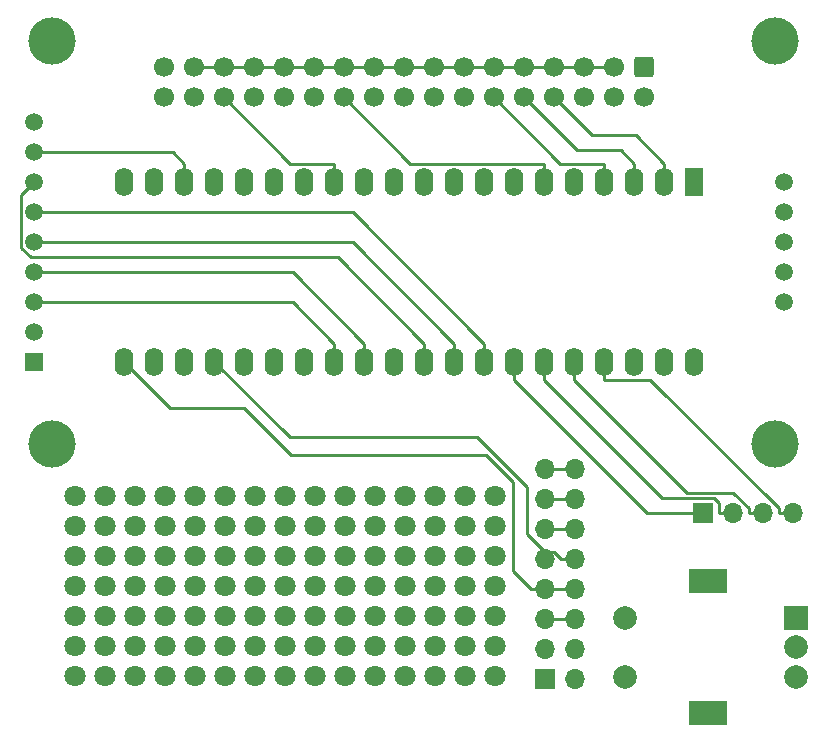
<source format=gbr>
%TF.GenerationSoftware,KiCad,Pcbnew,7.0.1*%
%TF.CreationDate,2024-04-08T12:26:25+03:00*%
%TF.ProjectId,double_flop,646f7562-6c65-45f6-966c-6f702e6b6963,rev?*%
%TF.SameCoordinates,Original*%
%TF.FileFunction,Copper,L1,Top*%
%TF.FilePolarity,Positive*%
%FSLAX46Y46*%
G04 Gerber Fmt 4.6, Leading zero omitted, Abs format (unit mm)*
G04 Created by KiCad (PCBNEW 7.0.1) date 2024-04-08 12:26:25*
%MOMM*%
%LPD*%
G01*
G04 APERTURE LIST*
G04 Aperture macros list*
%AMRoundRect*
0 Rectangle with rounded corners*
0 $1 Rounding radius*
0 $2 $3 $4 $5 $6 $7 $8 $9 X,Y pos of 4 corners*
0 Add a 4 corners polygon primitive as box body*
4,1,4,$2,$3,$4,$5,$6,$7,$8,$9,$2,$3,0*
0 Add four circle primitives for the rounded corners*
1,1,$1+$1,$2,$3*
1,1,$1+$1,$4,$5*
1,1,$1+$1,$6,$7*
1,1,$1+$1,$8,$9*
0 Add four rect primitives between the rounded corners*
20,1,$1+$1,$2,$3,$4,$5,0*
20,1,$1+$1,$4,$5,$6,$7,0*
20,1,$1+$1,$6,$7,$8,$9,0*
20,1,$1+$1,$8,$9,$2,$3,0*%
G04 Aperture macros list end*
%TA.AperFunction,ComponentPad*%
%ADD10C,1.800000*%
%TD*%
%TA.AperFunction,ComponentPad*%
%ADD11R,2.000000X2.000000*%
%TD*%
%TA.AperFunction,ComponentPad*%
%ADD12C,2.000000*%
%TD*%
%TA.AperFunction,ComponentPad*%
%ADD13R,3.200000X2.000000*%
%TD*%
%TA.AperFunction,ComponentPad*%
%ADD14R,1.700000X1.700000*%
%TD*%
%TA.AperFunction,ComponentPad*%
%ADD15O,1.700000X1.700000*%
%TD*%
%TA.AperFunction,ComponentPad*%
%ADD16R,1.600000X2.400000*%
%TD*%
%TA.AperFunction,ComponentPad*%
%ADD17O,1.600000X2.400000*%
%TD*%
%TA.AperFunction,ComponentPad*%
%ADD18RoundRect,0.250000X-0.600000X0.600000X-0.600000X-0.600000X0.600000X-0.600000X0.600000X0.600000X0*%
%TD*%
%TA.AperFunction,ComponentPad*%
%ADD19C,1.700000*%
%TD*%
%TA.AperFunction,ComponentPad*%
%ADD20C,4.000000*%
%TD*%
%TA.AperFunction,ComponentPad*%
%ADD21R,1.500000X1.500000*%
%TD*%
%TA.AperFunction,ComponentPad*%
%ADD22C,1.500000*%
%TD*%
%TA.AperFunction,Conductor*%
%ADD23C,0.250000*%
%TD*%
G04 APERTURE END LIST*
D10*
%TO.P,con5,1*%
%TO.N,N/C*%
X140760000Y-66120000D03*
%TO.P,con5,2*%
X143300000Y-66120000D03*
%TO.P,con5,3*%
X145840000Y-66120000D03*
%TO.P,con5,4*%
X148380000Y-66120000D03*
%TO.P,con5,5*%
X150920000Y-66120000D03*
%TO.P,con5,6*%
X153460000Y-66120000D03*
%TO.P,con5,7*%
X156000000Y-66120000D03*
%TO.P,con5,8*%
X158540000Y-66120000D03*
%TO.P,con5,9*%
X161080000Y-66120000D03*
%TO.P,con5,10*%
X163620000Y-66120000D03*
%TO.P,con5,11*%
X166160000Y-66120000D03*
%TO.P,con5,12*%
X168700000Y-66120000D03*
%TO.P,con5,13*%
X171240000Y-66120000D03*
%TO.P,con5,14*%
X173780000Y-66120000D03*
%TO.P,con5,15*%
X176320000Y-66120000D03*
%TO.P,con5,19*%
X140760000Y-68660000D03*
%TO.P,con5,20*%
X143300000Y-68660000D03*
%TO.P,con5,21*%
X145840000Y-68660000D03*
%TO.P,con5,22*%
X148380000Y-68660000D03*
%TO.P,con5,23*%
X150920000Y-68660000D03*
%TO.P,con5,24*%
X153460000Y-68660000D03*
%TO.P,con5,25*%
X156000000Y-68660000D03*
%TO.P,con5,26*%
X158540000Y-68660000D03*
%TO.P,con5,27*%
X161080000Y-68660000D03*
%TO.P,con5,28*%
X163620000Y-68660000D03*
%TO.P,con5,29*%
X166160000Y-68660000D03*
%TO.P,con5,30*%
X168700000Y-68660000D03*
%TO.P,con5,31*%
X171240000Y-68660000D03*
%TO.P,con5,32*%
X173780000Y-68660000D03*
%TO.P,con5,33*%
X176320000Y-68660000D03*
%TO.P,con5,37*%
X140760000Y-71200000D03*
%TO.P,con5,38*%
X143300000Y-71200000D03*
%TO.P,con5,39*%
X145840000Y-71200000D03*
%TO.P,con5,40*%
X148380000Y-71200000D03*
%TO.P,con5,41*%
X150920000Y-71200000D03*
%TO.P,con5,42*%
X153460000Y-71200000D03*
%TO.P,con5,43*%
X156000000Y-71200000D03*
%TO.P,con5,44*%
X158540000Y-71200000D03*
%TO.P,con5,45*%
X161080000Y-71200000D03*
%TO.P,con5,46*%
X163620000Y-71200000D03*
%TO.P,con5,47*%
X166160000Y-71200000D03*
%TO.P,con5,48*%
X168700000Y-71200000D03*
%TO.P,con5,49*%
X171240000Y-71200000D03*
%TO.P,con5,50*%
X173780000Y-71200000D03*
%TO.P,con5,51*%
X176320000Y-71200000D03*
%TO.P,con5,55*%
X140760000Y-73740000D03*
%TO.P,con5,56*%
X143300000Y-73740000D03*
%TO.P,con5,57*%
X145840000Y-73740000D03*
%TO.P,con5,58*%
X148380000Y-73740000D03*
%TO.P,con5,59*%
X150920000Y-73740000D03*
%TO.P,con5,60*%
X153460000Y-73740000D03*
%TO.P,con5,61*%
X156000000Y-73740000D03*
%TO.P,con5,62*%
X158540000Y-73740000D03*
%TO.P,con5,63*%
X161080000Y-73740000D03*
%TO.P,con5,64*%
X163620000Y-73740000D03*
%TO.P,con5,65*%
X166160000Y-73740000D03*
%TO.P,con5,66*%
X168700000Y-73740000D03*
%TO.P,con5,67*%
X171240000Y-73740000D03*
%TO.P,con5,68*%
X173780000Y-73740000D03*
%TO.P,con5,69*%
X176320000Y-73740000D03*
%TO.P,con5,73*%
X140760000Y-76280000D03*
%TO.P,con5,74*%
X143300000Y-76280000D03*
%TO.P,con5,75*%
X145840000Y-76280000D03*
%TO.P,con5,76*%
X148380000Y-76280000D03*
%TO.P,con5,77*%
X150920000Y-76280000D03*
%TO.P,con5,78*%
X153460000Y-76280000D03*
%TO.P,con5,79*%
X156000000Y-76280000D03*
%TO.P,con5,80*%
X158540000Y-76280000D03*
%TO.P,con5,81*%
X161080000Y-76280000D03*
%TO.P,con5,82*%
X163620000Y-76280000D03*
%TO.P,con5,83*%
X166160000Y-76280000D03*
%TO.P,con5,84*%
X168700000Y-76280000D03*
%TO.P,con5,85*%
X171240000Y-76280000D03*
%TO.P,con5,86*%
X173780000Y-76280000D03*
%TO.P,con5,87*%
X176320000Y-76280000D03*
%TO.P,con5,91*%
X140760000Y-78820000D03*
%TO.P,con5,92*%
X143300000Y-78820000D03*
%TO.P,con5,93*%
X145840000Y-78820000D03*
%TO.P,con5,94*%
X148380000Y-78820000D03*
%TO.P,con5,95*%
X150920000Y-78820000D03*
%TO.P,con5,96*%
X153460000Y-78820000D03*
%TO.P,con5,97*%
X156000000Y-78820000D03*
%TO.P,con5,98*%
X158540000Y-78820000D03*
%TO.P,con5,99*%
X161080000Y-78820000D03*
%TO.P,con5,100*%
X163620000Y-78820000D03*
%TO.P,con5,101*%
X166160000Y-78820000D03*
%TO.P,con5,102*%
X168700000Y-78820000D03*
%TO.P,con5,103*%
X171240000Y-78820000D03*
%TO.P,con5,104*%
X173780000Y-78820000D03*
%TO.P,con5,105*%
X176320000Y-78820000D03*
%TO.P,con5,109*%
X140760000Y-81360000D03*
%TO.P,con5,110*%
X143300000Y-81360000D03*
%TO.P,con5,111*%
X145840000Y-81360000D03*
%TO.P,con5,112*%
X148380000Y-81360000D03*
%TO.P,con5,113*%
X150920000Y-81360000D03*
%TO.P,con5,114*%
X153460000Y-81360000D03*
%TO.P,con5,115*%
X156000000Y-81360000D03*
%TO.P,con5,116*%
X158540000Y-81360000D03*
%TO.P,con5,117*%
X161080000Y-81360000D03*
%TO.P,con5,118*%
X163620000Y-81360000D03*
%TO.P,con5,119*%
X166160000Y-81360000D03*
%TO.P,con5,120*%
X168700000Y-81360000D03*
%TO.P,con5,121*%
X171240000Y-81360000D03*
%TO.P,con5,122*%
X173780000Y-81360000D03*
%TO.P,con5,123*%
X176320000Y-81360000D03*
%TD*%
D11*
%TO.P,con6,A*%
%TO.N,N/C*%
X201800000Y-76400000D03*
D12*
%TO.P,con6,B*%
X201800000Y-81400000D03*
%TO.P,con6,C*%
X201800000Y-78900000D03*
D13*
%TO.P,con6,MP*%
X194300000Y-73300000D03*
X194300000Y-84500000D03*
D12*
%TO.P,con6,S1*%
X187300000Y-81400000D03*
%TO.P,con6,S2*%
X187300000Y-76400000D03*
%TD*%
D14*
%TO.P,J2,1,Pin_1*%
%TO.N,Net-(J2-Pin_1)*%
X193900000Y-67500000D03*
D15*
%TO.P,J2,2,Pin_2*%
%TO.N,Net-(J2-Pin_2)*%
X196440000Y-67500000D03*
%TO.P,J2,3,Pin_3*%
%TO.N,Net-(J2-Pin_3)*%
X198980000Y-67500000D03*
%TO.P,J2,4,Pin_4*%
%TO.N,Net-(J2-Pin_4)*%
X201520000Y-67500000D03*
%TD*%
D14*
%TO.P,J1,1,Pin_1*%
%TO.N,GND*%
X180500000Y-81540000D03*
D15*
%TO.P,J1,2,Pin_2*%
X183040000Y-81540000D03*
%TO.P,J1,3,Pin_3*%
%TO.N,unconnected-(J1-Pin_3-Pad3)*%
X180500000Y-79000000D03*
%TO.P,J1,4,Pin_4*%
%TO.N,unconnected-(J1-Pin_4-Pad4)*%
X183040000Y-79000000D03*
%TO.P,J1,5,Pin_5*%
%TO.N,+5V*%
X180500000Y-76460000D03*
%TO.P,J1,6,Pin_6*%
X183040000Y-76460000D03*
%TO.P,J1,7,Pin_7*%
%TO.N,SS*%
X180500000Y-73920000D03*
%TO.P,J1,8,Pin_8*%
X183040000Y-73920000D03*
%TO.P,J1,9,Pin_9*%
%TO.N,MOSI*%
X180500000Y-71380000D03*
%TO.P,J1,10,Pin_10*%
X183040000Y-71380000D03*
%TO.P,J1,11,Pin_11*%
%TO.N,SCK*%
X180500000Y-68840000D03*
%TO.P,J1,12,Pin_12*%
X183040000Y-68840000D03*
%TO.P,J1,13,Pin_13*%
%TO.N,MISO*%
X180500000Y-66300000D03*
%TO.P,J1,14,Pin_14*%
X183040000Y-66300000D03*
%TO.P,J1,15,Pin_15*%
%TO.N,GND*%
X180500000Y-63760000D03*
%TO.P,J1,16,Pin_16*%
X183040000Y-63760000D03*
%TD*%
D16*
%TO.P,U1,1,Vbat*%
%TO.N,unconnected-(U1-Vbat-Pad1)*%
X193142500Y-39472500D03*
D17*
%TO.P,U1,2,C13*%
%TO.N,Net-(D1-INDEX)*%
X190602500Y-39472500D03*
%TO.P,U1,3,C14*%
%TO.N,Net-(D1-MOTOR_0)*%
X188062500Y-39472500D03*
%TO.P,U1,4,C15*%
%TO.N,Net-(D1-DRIVE_SELECT_1)*%
X185522500Y-39472500D03*
%TO.P,U1,5,~{RESET}*%
%TO.N,unconnected-(U1-~{RESET}-Pad5)*%
X182982500Y-39472500D03*
%TO.P,U1,6,A0*%
%TO.N,Net-(D1-WRITE_DATA)*%
X180442500Y-39472500D03*
%TO.P,U1,7,A1*%
%TO.N,Net-(D1-DRIVE_SELECT_0)*%
X177902500Y-39472500D03*
%TO.P,U1,8,A2*%
%TO.N,Net-(D1-MOTOR_1)*%
X175362500Y-39472500D03*
%TO.P,U1,9,A3*%
%TO.N,Net-(D1-DIRECTION)*%
X172822500Y-39472500D03*
%TO.P,U1,10,A4*%
%TO.N,Net-(D1-STEP)*%
X170282500Y-39472500D03*
%TO.P,U1,11,A5*%
%TO.N,unconnected-(U1-A5-Pad11)*%
X167742500Y-39472500D03*
%TO.P,U1,12,A6*%
%TO.N,Net-(D1-WRITE_GATE)*%
X165202500Y-39472500D03*
%TO.P,U1,13,A7*%
%TO.N,Net-(D1-READ_DATA)*%
X162662500Y-39472500D03*
%TO.P,U1,14,B0*%
%TO.N,Net-(D1-TRACK)*%
X160122500Y-39472500D03*
%TO.P,U1,15,B1*%
%TO.N,Net-(D1-WRITE_PROTECT)*%
X157582500Y-39472500D03*
%TO.P,U1,16,B2*%
%TO.N,unconnected-(U1-B2-Pad16)*%
X155042500Y-39472500D03*
%TO.P,U1,17,B10*%
%TO.N,Net-(D1-HEAD_SELECT)*%
X152502500Y-39472500D03*
%TO.P,U1,18,3V3*%
%TO.N,LED*%
X149962500Y-39472500D03*
%TO.P,U1,19,GND*%
%TO.N,GND*%
X147422500Y-39472500D03*
%TO.P,U1,20,5V*%
%TO.N,Net-(U2-VCC)*%
X144882500Y-39472500D03*
%TO.P,U1,21,B12*%
%TO.N,SS*%
X144882500Y-54712500D03*
%TO.P,U1,22,B13*%
%TO.N,SCK*%
X147422500Y-54712500D03*
%TO.P,U1,23,B14*%
%TO.N,MISO*%
X149962500Y-54712500D03*
%TO.P,U1,24,B15*%
%TO.N,MOSI*%
X152502500Y-54712500D03*
%TO.P,U1,25,A8*%
%TO.N,unconnected-(U1-A8-Pad25)*%
X155042500Y-54712500D03*
%TO.P,U1,26,A9*%
%TO.N,unconnected-(U1-A9-Pad26)*%
X157582500Y-54712500D03*
%TO.P,U1,27,A10*%
%TO.N,unconnected-(U1-A10-Pad27)*%
X160122500Y-54712500D03*
%TO.P,U1,28,A11*%
%TO.N,tft_CS*%
X162662500Y-54712500D03*
%TO.P,U1,29,A12*%
%TO.N,tft_reset*%
X165202500Y-54712500D03*
%TO.P,U1,30,A15*%
%TO.N,unconnected-(U1-A15-Pad30)*%
X167742500Y-54712500D03*
%TO.P,U1,31,B3*%
%TO.N,tft_sck*%
X170282500Y-54712500D03*
%TO.P,U1,32,B4*%
%TO.N,tft_dc*%
X172822500Y-54712500D03*
%TO.P,U1,33,B5*%
%TO.N,tft_mosi*%
X175362500Y-54712500D03*
%TO.P,U1,34,B6*%
%TO.N,Net-(J2-Pin_1)*%
X177902500Y-54712500D03*
%TO.P,U1,35,B7*%
%TO.N,Net-(J2-Pin_2)*%
X180442500Y-54712500D03*
%TO.P,U1,36,B8*%
%TO.N,Net-(J2-Pin_3)*%
X182982500Y-54712500D03*
%TO.P,U1,37,B9*%
%TO.N,Net-(J2-Pin_4)*%
X185522500Y-54712500D03*
%TO.P,U1,38,5V*%
%TO.N,+5V*%
X188062500Y-54712500D03*
%TO.P,U1,39,GND*%
%TO.N,GND*%
X190602500Y-54712500D03*
%TO.P,U1,40,3V3*%
%TO.N,unconnected-(U1-3V3-Pad40)*%
X193142500Y-54712500D03*
%TD*%
D18*
%TO.P,D1,1,GND*%
%TO.N,GND*%
X188917500Y-29797500D03*
D19*
%TO.P,D1,2,DENSITY_SELECT*%
%TO.N,unconnected-(D1-DENSITY_SELECT-Pad2)*%
X188917500Y-32337500D03*
%TO.P,D1,3,GND*%
%TO.N,GND*%
X186377500Y-29797500D03*
%TO.P,D1,4,N/C*%
%TO.N,unconnected-(D1-N{slash}C-Pad4)*%
X186377500Y-32337500D03*
%TO.P,D1,5,GND*%
%TO.N,GND*%
X183837500Y-29797500D03*
%TO.P,D1,6,N/C*%
%TO.N,unconnected-(D1-N{slash}C-Pad6)*%
X183837500Y-32337500D03*
%TO.P,D1,7,GND*%
%TO.N,GND*%
X181297500Y-29797500D03*
%TO.P,D1,8,INDEX*%
%TO.N,Net-(D1-INDEX)*%
X181297500Y-32337500D03*
%TO.P,D1,9,GND*%
%TO.N,GND*%
X178757500Y-29797500D03*
%TO.P,D1,10,MOTOR_0*%
%TO.N,Net-(D1-MOTOR_0)*%
X178757500Y-32337500D03*
%TO.P,D1,11,GND*%
%TO.N,GND*%
X176217500Y-29797500D03*
%TO.P,D1,12,DRIVE_SELECT_1*%
%TO.N,Net-(D1-DRIVE_SELECT_1)*%
X176217500Y-32337500D03*
%TO.P,D1,13,GND*%
%TO.N,GND*%
X173677500Y-29797500D03*
%TO.P,D1,14,DRIVE_SELECT_0*%
%TO.N,Net-(D1-DRIVE_SELECT_0)*%
X173677500Y-32337500D03*
%TO.P,D1,15,GND*%
%TO.N,GND*%
X171137500Y-29797500D03*
%TO.P,D1,16,MOTOR_1*%
%TO.N,Net-(D1-MOTOR_1)*%
X171137500Y-32337500D03*
%TO.P,D1,17,GND*%
%TO.N,GND*%
X168597500Y-29797500D03*
%TO.P,D1,18,DIRECTION*%
%TO.N,Net-(D1-DIRECTION)*%
X168597500Y-32337500D03*
%TO.P,D1,19,GND*%
%TO.N,GND*%
X166057500Y-29797500D03*
%TO.P,D1,20,STEP*%
%TO.N,Net-(D1-STEP)*%
X166057500Y-32337500D03*
%TO.P,D1,21,GND*%
%TO.N,GND*%
X163517500Y-29797500D03*
%TO.P,D1,22,WRITE_DATA*%
%TO.N,Net-(D1-WRITE_DATA)*%
X163517500Y-32337500D03*
%TO.P,D1,23,GND*%
%TO.N,GND*%
X160977500Y-29797500D03*
%TO.P,D1,24,WRITE_GATE*%
%TO.N,Net-(D1-WRITE_GATE)*%
X160977500Y-32337500D03*
%TO.P,D1,25,GND*%
%TO.N,GND*%
X158437500Y-29797500D03*
%TO.P,D1,26,TRACK*%
%TO.N,Net-(D1-TRACK)*%
X158437500Y-32337500D03*
%TO.P,D1,27,GND*%
%TO.N,GND*%
X155897500Y-29797500D03*
%TO.P,D1,28,WRITE_PROTECT*%
%TO.N,Net-(D1-WRITE_PROTECT)*%
X155897500Y-32337500D03*
%TO.P,D1,29,GND*%
%TO.N,GND*%
X153357500Y-29797500D03*
%TO.P,D1,30,READ_DATA*%
%TO.N,Net-(D1-READ_DATA)*%
X153357500Y-32337500D03*
%TO.P,D1,31,GND*%
%TO.N,GND*%
X150817500Y-29797500D03*
%TO.P,D1,32,HEAD_SELECT*%
%TO.N,Net-(D1-HEAD_SELECT)*%
X150817500Y-32337500D03*
%TO.P,D1,33,GND*%
%TO.N,GND*%
X148277500Y-29797500D03*
%TO.P,D1,34,DISK_CHANGE*%
%TO.N,unconnected-(D1-DISK_CHANGE-Pad34)*%
X148277500Y-32337500D03*
%TD*%
D20*
%TO.P,U2,*%
%TO.N,*%
X138760000Y-27547500D03*
X138760000Y-61647500D03*
X199960000Y-27547500D03*
X199960000Y-61647500D03*
D21*
%TO.P,U2,1,VCC*%
%TO.N,Net-(U2-VCC)*%
X137260000Y-54757500D03*
D22*
%TO.P,U2,2,GND*%
%TO.N,GND*%
X137260000Y-52217500D03*
%TO.P,U2,3,~{CS}*%
%TO.N,tft_CS*%
X137260000Y-49677500D03*
%TO.P,U2,4,RESET*%
%TO.N,tft_reset*%
X137260000Y-47137500D03*
%TO.P,U2,5,D/~{C}*%
%TO.N,tft_dc*%
X137260000Y-44597500D03*
%TO.P,U2,6,MOSI*%
%TO.N,tft_mosi*%
X137260000Y-42057500D03*
%TO.P,U2,7,SCK*%
%TO.N,tft_sck*%
X137260000Y-39517500D03*
%TO.P,U2,8,LED*%
%TO.N,LED*%
X137260000Y-36977500D03*
%TO.P,U2,9,MISO*%
%TO.N,unconnected-(U2-MISO-Pad9)*%
X137260000Y-34437500D03*
%TO.P,U2,10,SD_CS*%
%TO.N,unconnected-(U2-SD_CS-Pad10)*%
X200780000Y-49677500D03*
%TO.P,U2,11,SD_MOSI*%
%TO.N,unconnected-(U2-SD_MOSI-Pad11)*%
X200780000Y-47137500D03*
%TO.P,U2,12,SD_MISO*%
%TO.N,unconnected-(U2-SD_MISO-Pad12)*%
X200780000Y-44597500D03*
%TO.P,U2,13,SD_SCK*%
%TO.N,unconnected-(U2-SD_SCK-Pad13)*%
X200780000Y-42057500D03*
%TO.P,U2,14,FLASH_CD*%
%TO.N,unconnected-(U2-FLASH_CD-Pad14)*%
X200780000Y-39517500D03*
%TD*%
D23*
%TO.N,SS*%
X148770000Y-58600000D02*
X144882500Y-54712500D01*
X175500000Y-62600000D02*
X159000000Y-62600000D01*
X179323100Y-73920000D02*
X177800000Y-72396900D01*
X177800000Y-72396900D02*
X177800000Y-64900000D01*
X177800000Y-64900000D02*
X175500000Y-62600000D01*
X159000000Y-62600000D02*
X155000000Y-58600000D01*
X155000000Y-58600000D02*
X148770000Y-58600000D01*
X180500000Y-73920000D02*
X179323100Y-73920000D01*
%TO.N,MOSI*%
X179000000Y-69291500D02*
X180500000Y-70791500D01*
X179000000Y-65300000D02*
X179000000Y-69291500D01*
X174800000Y-61100000D02*
X179000000Y-65300000D01*
X158890000Y-61100000D02*
X174800000Y-61100000D01*
X152502500Y-54712500D02*
X158890000Y-61100000D01*
%TO.N,Net-(J2-Pin_4)*%
X200343100Y-67134200D02*
X200343100Y-67500000D01*
X189448300Y-56239400D02*
X200343100Y-67134200D01*
X185522500Y-56239400D02*
X189448300Y-56239400D01*
X185522500Y-54712500D02*
X185522500Y-56239400D01*
X201520000Y-67500000D02*
X200343100Y-67500000D01*
%TO.N,tft_mosi*%
X164234400Y-42057500D02*
X175362500Y-53185600D01*
X137260000Y-42057500D02*
X164234400Y-42057500D01*
X175362500Y-54712500D02*
X175362500Y-53185600D01*
%TO.N,tft_dc*%
X164234400Y-44597500D02*
X172822500Y-53185600D01*
X137260000Y-44597500D02*
X164234400Y-44597500D01*
X172822500Y-54712500D02*
X172822500Y-53185600D01*
%TO.N,tft_sck*%
X162964400Y-45867500D02*
X170282500Y-53185600D01*
X136988000Y-45867500D02*
X162964400Y-45867500D01*
X136172300Y-45051800D02*
X136988000Y-45867500D01*
X136172300Y-40605200D02*
X136172300Y-45051800D01*
X137260000Y-39517500D02*
X136172300Y-40605200D01*
X170282500Y-54712500D02*
X170282500Y-53185600D01*
%TO.N,tft_reset*%
X165202500Y-54712500D02*
X165202500Y-53185600D01*
X159154400Y-47137500D02*
X165202500Y-53185600D01*
X137260000Y-47137500D02*
X159154400Y-47137500D01*
%TO.N,tft_CS*%
X159154400Y-49677500D02*
X162662500Y-53185600D01*
X137260000Y-49677500D02*
X159154400Y-49677500D01*
X162662500Y-54712500D02*
X162662500Y-53185600D01*
%TO.N,MOSI*%
X180500000Y-71380000D02*
X180500000Y-70791500D01*
X181274600Y-70791500D02*
X181863100Y-71380000D01*
X180500000Y-70791500D02*
X181274600Y-70791500D01*
X183040000Y-71380000D02*
X181863100Y-71380000D01*
%TO.N,MISO*%
X183040000Y-66300000D02*
X180500000Y-66300000D01*
%TO.N,SCK*%
X183040000Y-68840000D02*
X180500000Y-68840000D01*
%TO.N,SS*%
X183040000Y-73920000D02*
X180500000Y-73920000D01*
%TO.N,LED*%
X148994400Y-36977500D02*
X149962500Y-37945600D01*
X137260000Y-36977500D02*
X148994400Y-36977500D01*
X149962500Y-39472500D02*
X149962500Y-37945600D01*
%TO.N,Net-(J2-Pin_3)*%
X182982500Y-54712500D02*
X182982500Y-56239400D01*
X198980000Y-67500000D02*
X197803100Y-67500000D01*
X192541500Y-65798400D02*
X182982500Y-56239400D01*
X196467300Y-65798400D02*
X192541500Y-65798400D01*
X197803100Y-67134200D02*
X196467300Y-65798400D01*
X197803100Y-67500000D02*
X197803100Y-67134200D01*
%TO.N,Net-(J2-Pin_2)*%
X180442500Y-54712500D02*
X180442500Y-56239400D01*
X196440000Y-67500000D02*
X195263100Y-67500000D01*
X190453400Y-66250300D02*
X180442500Y-56239400D01*
X194845700Y-66250300D02*
X190453400Y-66250300D01*
X195263100Y-66667700D02*
X194845700Y-66250300D01*
X195263100Y-67500000D02*
X195263100Y-66667700D01*
%TO.N,Net-(J2-Pin_1)*%
X189163100Y-67500000D02*
X193900000Y-67500000D01*
X177902500Y-56239400D02*
X189163100Y-67500000D01*
X177902500Y-54712500D02*
X177902500Y-56239400D01*
%TO.N,+5V*%
X183040000Y-76460000D02*
X180500000Y-76460000D01*
%TO.N,Net-(D1-READ_DATA)*%
X158965600Y-37945600D02*
X162662500Y-37945600D01*
X153357500Y-32337500D02*
X158965600Y-37945600D01*
X162662500Y-39472500D02*
X162662500Y-37945600D01*
%TO.N,Net-(D1-WRITE_DATA)*%
X169125600Y-37945600D02*
X180442500Y-37945600D01*
X163517500Y-32337500D02*
X169125600Y-37945600D01*
X180442500Y-39472500D02*
X180442500Y-37945600D01*
%TO.N,Net-(D1-DRIVE_SELECT_1)*%
X181825600Y-37945600D02*
X185522500Y-37945600D01*
X176217500Y-32337500D02*
X181825600Y-37945600D01*
X185522500Y-39472500D02*
X185522500Y-37945600D01*
%TO.N,Net-(D1-MOTOR_0)*%
X186937400Y-36820500D02*
X188062500Y-37945600D01*
X183240500Y-36820500D02*
X186937400Y-36820500D01*
X178757500Y-32337500D02*
X183240500Y-36820500D01*
X188062500Y-39472500D02*
X188062500Y-37945600D01*
%TO.N,Net-(D1-INDEX)*%
X188197300Y-35540400D02*
X190602500Y-37945600D01*
X184500400Y-35540400D02*
X188197300Y-35540400D01*
X181297500Y-32337500D02*
X184500400Y-35540400D01*
X190602500Y-39472500D02*
X190602500Y-37945600D01*
%TO.N,GND*%
X150817500Y-29797500D02*
X153357500Y-29797500D01*
X153357500Y-29797500D02*
X155897500Y-29797500D01*
X155897500Y-29797500D02*
X158437500Y-29797500D01*
X158437500Y-29797500D02*
X160977500Y-29797500D01*
X160977500Y-29797500D02*
X163517500Y-29797500D01*
X163517500Y-29797500D02*
X166057500Y-29797500D01*
X166057500Y-29797500D02*
X168597500Y-29797500D01*
X168597500Y-29797500D02*
X171137500Y-29797500D01*
X171137500Y-29797500D02*
X173677500Y-29797500D01*
X173677500Y-29797500D02*
X176217500Y-29797500D01*
X176217500Y-29797500D02*
X178757500Y-29797500D01*
X178757500Y-29797500D02*
X181297500Y-29797500D01*
X181297500Y-29797500D02*
X183837500Y-29797500D01*
X183837500Y-29797500D02*
X186377500Y-29797500D01*
X183040000Y-63760000D02*
X180500000Y-63760000D01*
%TD*%
M02*

</source>
